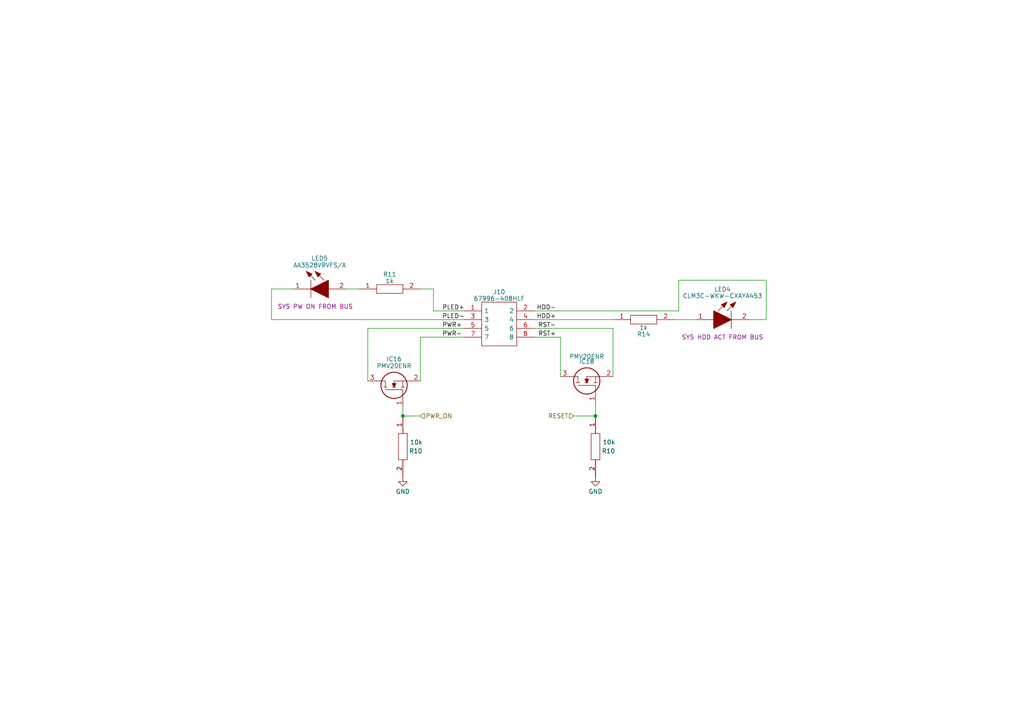
<source format=kicad_sch>
(kicad_sch (version 20230121) (generator eeschema)

  (uuid 593b188f-98dc-4f63-805d-b472a1a92c6e)

  (paper "A4")

  (title_block
    (title "Oro Link")
    (date "2023-06-02")
    (rev "5")
    (company "Oro Operating System")
    (comment 1 "://oro.sh")
    (comment 2 "Joshua Lee Junon")
  )

  (lib_symbols
    (symbol "SamacSys_Parts:67996-408HLF" (pin_names (offset 0.762)) (in_bom yes) (on_board yes)
      (property "Reference" "J" (at 16.51 7.62 0)
        (effects (font (size 1.27 1.27)) (justify left))
      )
      (property "Value" "67996-408HLF" (at 16.51 5.08 0)
        (effects (font (size 1.27 1.27)) (justify left))
      )
      (property "Footprint" "HDRV8W89P254_2X4_1016X483X858P" (at 16.51 2.54 0)
        (effects (font (size 1.27 1.27)) (justify left) hide)
      )
      (property "Datasheet" "https://cdn.amphenol-cs.com/media/wysiwyg/files/drawing/67996.pdf" (at 16.51 0 0)
        (effects (font (size 1.27 1.27)) (justify left) hide)
      )
      (property "Description" "BergStik, Board to Board connector, Unshrouded vertical header, Through Hole, Double Row, 8 Positions, 2.54 mm (0.100in) Pitch" (at 16.51 -2.54 0)
        (effects (font (size 1.27 1.27)) (justify left) hide)
      )
      (property "Height" "8.58" (at 16.51 -5.08 0)
        (effects (font (size 1.27 1.27)) (justify left) hide)
      )
      (property "Manufacturer_Name" "Amphenol Communications Solutions" (at 16.51 -7.62 0)
        (effects (font (size 1.27 1.27)) (justify left) hide)
      )
      (property "Manufacturer_Part_Number" "67996-408HLF" (at 16.51 -10.16 0)
        (effects (font (size 1.27 1.27)) (justify left) hide)
      )
      (property "Mouser Part Number" "649-67996-408HLF" (at 16.51 -12.7 0)
        (effects (font (size 1.27 1.27)) (justify left) hide)
      )
      (property "Mouser Price/Stock" "https://www.mouser.co.uk/ProductDetail/Amphenol-FCI/67996-408HLF?qs=zh4O8xspOux8A5Dq3mcAKw%3D%3D" (at 16.51 -15.24 0)
        (effects (font (size 1.27 1.27)) (justify left) hide)
      )
      (property "Arrow Part Number" "67996-408HLF" (at 16.51 -17.78 0)
        (effects (font (size 1.27 1.27)) (justify left) hide)
      )
      (property "Arrow Price/Stock" "https://www.arrow.com/en/products/67996-408hlf/amphenol-fci" (at 16.51 -20.32 0)
        (effects (font (size 1.27 1.27)) (justify left) hide)
      )
      (property "ki_description" "BergStik, Board to Board connector, Unshrouded vertical header, Through Hole, Double Row, 8 Positions, 2.54 mm (0.100in) Pitch" (at 0 0 0)
        (effects (font (size 1.27 1.27)) hide)
      )
      (symbol "67996-408HLF_0_0"
        (pin passive line (at 0 0 0) (length 5.08)
          (name "1" (effects (font (size 1.27 1.27))))
          (number "1" (effects (font (size 1.27 1.27))))
        )
        (pin passive line (at 20.32 0 180) (length 5.08)
          (name "2" (effects (font (size 1.27 1.27))))
          (number "2" (effects (font (size 1.27 1.27))))
        )
        (pin passive line (at 0 -2.54 0) (length 5.08)
          (name "3" (effects (font (size 1.27 1.27))))
          (number "3" (effects (font (size 1.27 1.27))))
        )
        (pin passive line (at 20.32 -2.54 180) (length 5.08)
          (name "4" (effects (font (size 1.27 1.27))))
          (number "4" (effects (font (size 1.27 1.27))))
        )
        (pin passive line (at 0 -5.08 0) (length 5.08)
          (name "5" (effects (font (size 1.27 1.27))))
          (number "5" (effects (font (size 1.27 1.27))))
        )
        (pin passive line (at 20.32 -5.08 180) (length 5.08)
          (name "6" (effects (font (size 1.27 1.27))))
          (number "6" (effects (font (size 1.27 1.27))))
        )
        (pin passive line (at 0 -7.62 0) (length 5.08)
          (name "7" (effects (font (size 1.27 1.27))))
          (number "7" (effects (font (size 1.27 1.27))))
        )
        (pin passive line (at 20.32 -7.62 180) (length 5.08)
          (name "8" (effects (font (size 1.27 1.27))))
          (number "8" (effects (font (size 1.27 1.27))))
        )
      )
      (symbol "67996-408HLF_0_1"
        (polyline
          (pts
            (xy 5.08 2.54)
            (xy 15.24 2.54)
            (xy 15.24 -10.16)
            (xy 5.08 -10.16)
            (xy 5.08 2.54)
          )
          (stroke (width 0.1524) (type solid))
          (fill (type none))
        )
      )
    )
    (symbol "SamacSys_Parts:AA3528VRVFS_A" (pin_names (offset 0.762)) (in_bom yes) (on_board yes)
      (property "Reference" "LED" (at 12.7 8.89 0)
        (effects (font (size 1.27 1.27)) (justify left bottom))
      )
      (property "Value" "AA3528VRVFS_A" (at 12.7 6.35 0)
        (effects (font (size 1.27 1.27)) (justify left bottom))
      )
      (property "Footprint" "AA3528VRVFSA" (at 12.7 3.81 0)
        (effects (font (size 1.27 1.27)) (justify left bottom) hide)
      )
      (property "Datasheet" "https://mouser.componentsearchengine.com/Datasheets/1/AA3528VRVFS_A.pdf" (at 12.7 1.27 0)
        (effects (font (size 1.27 1.27)) (justify left bottom) hide)
      )
      (property "Description" "LED Uni-Color Violet 2-Pin SMD T/R" (at 12.7 -1.27 0)
        (effects (font (size 1.27 1.27)) (justify left bottom) hide)
      )
      (property "Height" "2.1" (at 12.7 -3.81 0)
        (effects (font (size 1.27 1.27)) (justify left bottom) hide)
      )
      (property "Manufacturer_Name" "Kingbright" (at 12.7 -6.35 0)
        (effects (font (size 1.27 1.27)) (justify left bottom) hide)
      )
      (property "Manufacturer_Part_Number" "AA3528VRVFS/A" (at 12.7 -8.89 0)
        (effects (font (size 1.27 1.27)) (justify left bottom) hide)
      )
      (property "Mouser Part Number" "604-AA3528VRVFS/A" (at 12.7 -11.43 0)
        (effects (font (size 1.27 1.27)) (justify left bottom) hide)
      )
      (property "Mouser Price/Stock" "https://www.mouser.co.uk/ProductDetail/Kingbright/AA3528VRVFS-A?qs=rY7msk5yxfb63mh907EyRA%3D%3D" (at 12.7 -13.97 0)
        (effects (font (size 1.27 1.27)) (justify left bottom) hide)
      )
      (property "Arrow Part Number" "AA3528VRVFS/A" (at 12.7 -16.51 0)
        (effects (font (size 1.27 1.27)) (justify left bottom) hide)
      )
      (property "Arrow Price/Stock" "https://www.arrow.com/en/products/aa3528vrvfsa/kingbright?region=nac" (at 12.7 -19.05 0)
        (effects (font (size 1.27 1.27)) (justify left bottom) hide)
      )
      (property "Mouser Testing Part Number" "" (at 12.7 -21.59 0)
        (effects (font (size 1.27 1.27)) (justify left bottom) hide)
      )
      (property "Mouser Testing Price/Stock" "" (at 12.7 -24.13 0)
        (effects (font (size 1.27 1.27)) (justify left bottom) hide)
      )
      (property "ki_description" "LED Uni-Color Violet 2-Pin SMD T/R" (at 0 0 0)
        (effects (font (size 1.27 1.27)) hide)
      )
      (symbol "AA3528VRVFS_A_0_0"
        (pin passive line (at 0 0 0) (length 2.54)
          (name "~" (effects (font (size 1.27 1.27))))
          (number "1" (effects (font (size 1.27 1.27))))
        )
        (pin passive line (at 15.24 0 180) (length 2.54)
          (name "~" (effects (font (size 1.27 1.27))))
          (number "2" (effects (font (size 1.27 1.27))))
        )
      )
      (symbol "AA3528VRVFS_A_0_1"
        (polyline
          (pts
            (xy 2.54 0)
            (xy 5.08 0)
          )
          (stroke (width 0.1524) (type default))
          (fill (type none))
        )
        (polyline
          (pts
            (xy 5.08 2.54)
            (xy 5.08 -2.54)
          )
          (stroke (width 0.1524) (type default))
          (fill (type none))
        )
        (polyline
          (pts
            (xy 6.35 2.54)
            (xy 3.81 5.08)
          )
          (stroke (width 0.1524) (type default))
          (fill (type none))
        )
        (polyline
          (pts
            (xy 8.89 2.54)
            (xy 6.35 5.08)
          )
          (stroke (width 0.1524) (type default))
          (fill (type none))
        )
        (polyline
          (pts
            (xy 10.16 0)
            (xy 12.7 0)
          )
          (stroke (width 0.1524) (type default))
          (fill (type none))
        )
        (polyline
          (pts
            (xy 5.08 0)
            (xy 10.16 2.54)
            (xy 10.16 -2.54)
            (xy 5.08 0)
          )
          (stroke (width 0.254) (type default))
          (fill (type outline))
        )
        (polyline
          (pts
            (xy 5.334 4.318)
            (xy 4.572 3.556)
            (xy 3.81 5.08)
            (xy 5.334 4.318)
          )
          (stroke (width 0.254) (type default))
          (fill (type outline))
        )
        (polyline
          (pts
            (xy 7.874 4.318)
            (xy 7.112 3.556)
            (xy 6.35 5.08)
            (xy 7.874 4.318)
          )
          (stroke (width 0.254) (type default))
          (fill (type outline))
        )
      )
    )
    (symbol "SamacSys_Parts:CLM3C-WKW-CXAYA453" (pin_names (offset 0.762)) (in_bom yes) (on_board yes)
      (property "Reference" "LED" (at 12.7 8.89 0)
        (effects (font (size 1.27 1.27)) (justify left bottom))
      )
      (property "Value" "CLM3C-WKW-CXAYA453" (at 12.7 6.35 0)
        (effects (font (size 1.27 1.27)) (justify left bottom))
      )
      (property "Footprint" "CLM3CWKWCXAYA453" (at 12.7 3.81 0)
        (effects (font (size 1.27 1.27)) (justify left bottom) hide)
      )
      (property "Datasheet" "https://componentsearchengine.com/Datasheets/2/CLM3C-WKW-CWBYA453.pdf" (at 12.7 1.27 0)
        (effects (font (size 1.27 1.27)) (justify left bottom) hide)
      )
      (property "Description" "Cree CLM3C-WKW-CXAYA453, CLM3 Series White LED, 5500K, PLCC 2, Rectangle Lens SMD Package" (at 12.7 -1.27 0)
        (effects (font (size 1.27 1.27)) (justify left bottom) hide)
      )
      (property "Height" "1.4" (at 12.7 -3.81 0)
        (effects (font (size 1.27 1.27)) (justify left bottom) hide)
      )
      (property "Manufacturer_Name" "Wolfspeed" (at 12.7 -6.35 0)
        (effects (font (size 1.27 1.27)) (justify left bottom) hide)
      )
      (property "Manufacturer_Part_Number" "CLM3C-WKW-CXAYA453" (at 12.7 -8.89 0)
        (effects (font (size 1.27 1.27)) (justify left bottom) hide)
      )
      (property "Mouser Part Number" "941-CLM3CWKWCXAYA453" (at 12.7 -11.43 0)
        (effects (font (size 1.27 1.27)) (justify left bottom) hide)
      )
      (property "Mouser Price/Stock" "https://www.mouser.co.uk/ProductDetail/Cree-Inc/CLM3C-WKW-CXaYa453?qs=3AcK5DacLbr3ewaPKwAgNg%3D%3D" (at 12.7 -13.97 0)
        (effects (font (size 1.27 1.27)) (justify left bottom) hide)
      )
      (property "Arrow Part Number" "CLM3C-WKW-CXAYA453" (at 12.7 -16.51 0)
        (effects (font (size 1.27 1.27)) (justify left bottom) hide)
      )
      (property "Arrow Price/Stock" "https://www.arrow.com/en/products/clm3c-wkw-cxaya453/cree" (at 12.7 -19.05 0)
        (effects (font (size 1.27 1.27)) (justify left bottom) hide)
      )
      (property "Mouser Testing Part Number" "" (at 12.7 -21.59 0)
        (effects (font (size 1.27 1.27)) (justify left bottom) hide)
      )
      (property "Mouser Testing Price/Stock" "" (at 12.7 -24.13 0)
        (effects (font (size 1.27 1.27)) (justify left bottom) hide)
      )
      (property "ki_description" "Cree CLM3C-WKW-CXAYA453, CLM3 Series White LED, 5500K, PLCC 2, Rectangle Lens SMD Package" (at 0 0 0)
        (effects (font (size 1.27 1.27)) hide)
      )
      (symbol "CLM3C-WKW-CXAYA453_0_0"
        (pin passive line (at 15.24 0 180) (length 2.54)
          (name "~" (effects (font (size 1.27 1.27))))
          (number "1" (effects (font (size 1.27 1.27))))
        )
        (pin passive line (at 0 0 0) (length 2.54)
          (name "~" (effects (font (size 1.27 1.27))))
          (number "2" (effects (font (size 1.27 1.27))))
        )
      )
      (symbol "CLM3C-WKW-CXAYA453_0_1"
        (polyline
          (pts
            (xy 2.54 0)
            (xy 5.08 0)
          )
          (stroke (width 0.1524) (type default))
          (fill (type none))
        )
        (polyline
          (pts
            (xy 5.08 2.54)
            (xy 5.08 -2.54)
          )
          (stroke (width 0.1524) (type default))
          (fill (type none))
        )
        (polyline
          (pts
            (xy 6.35 2.54)
            (xy 3.81 5.08)
          )
          (stroke (width 0.1524) (type default))
          (fill (type none))
        )
        (polyline
          (pts
            (xy 8.89 2.54)
            (xy 6.35 5.08)
          )
          (stroke (width 0.1524) (type default))
          (fill (type none))
        )
        (polyline
          (pts
            (xy 10.16 0)
            (xy 12.7 0)
          )
          (stroke (width 0.1524) (type default))
          (fill (type none))
        )
        (polyline
          (pts
            (xy 5.08 0)
            (xy 10.16 2.54)
            (xy 10.16 -2.54)
            (xy 5.08 0)
          )
          (stroke (width 0.254) (type default))
          (fill (type outline))
        )
        (polyline
          (pts
            (xy 5.334 4.318)
            (xy 4.572 3.556)
            (xy 3.81 5.08)
            (xy 5.334 4.318)
          )
          (stroke (width 0.254) (type default))
          (fill (type outline))
        )
        (polyline
          (pts
            (xy 7.874 4.318)
            (xy 7.112 3.556)
            (xy 6.35 5.08)
            (xy 7.874 4.318)
          )
          (stroke (width 0.254) (type default))
          (fill (type outline))
        )
      )
    )
    (symbol "SamacSys_Parts:CSD13380F3T" (pin_names (offset 0.762)) (in_bom yes) (on_board yes)
      (property "Reference" "Q" (at 11.43 3.81 0)
        (effects (font (size 1.27 1.27)) (justify left))
      )
      (property "Value" "CSD13380F3T" (at 11.43 1.27 0)
        (effects (font (size 1.27 1.27)) (justify left))
      )
      (property "Footprint" "CSD13380F3T" (at 11.43 -1.27 0)
        (effects (font (size 1.27 1.27)) (justify left) hide)
      )
      (property "Datasheet" "https://www.ti.com/lit/ds/symlink/csd13380f3.pdf?ts=1610053095577" (at 11.43 -3.81 0)
        (effects (font (size 1.27 1.27)) (justify left) hide)
      )
      (property "Description" "12V, N ch NexFET MOSFET, single LGA0.6x0.7, 76mOhm" (at 11.43 -6.35 0)
        (effects (font (size 1.27 1.27)) (justify left) hide)
      )
      (property "Height" "0.35" (at 11.43 -8.89 0)
        (effects (font (size 1.27 1.27)) (justify left) hide)
      )
      (property "Manufacturer_Name" "Texas Instruments" (at 11.43 -11.43 0)
        (effects (font (size 1.27 1.27)) (justify left) hide)
      )
      (property "Manufacturer_Part_Number" "CSD13380F3T" (at 11.43 -13.97 0)
        (effects (font (size 1.27 1.27)) (justify left) hide)
      )
      (property "Mouser Part Number" "595-CSD13380F3T" (at 11.43 -16.51 0)
        (effects (font (size 1.27 1.27)) (justify left) hide)
      )
      (property "Mouser Price/Stock" "https://www.mouser.co.uk/ProductDetail/Texas-Instruments/CSD13380F3T?qs=S8zVn2bBIh85Rpxp8sld8w%3D%3D" (at 11.43 -19.05 0)
        (effects (font (size 1.27 1.27)) (justify left) hide)
      )
      (property "Arrow Part Number" "CSD13380F3T" (at 11.43 -21.59 0)
        (effects (font (size 1.27 1.27)) (justify left) hide)
      )
      (property "Arrow Price/Stock" "https://www.arrow.com/en/products/csd13380f3t/texas-instruments" (at 11.43 -24.13 0)
        (effects (font (size 1.27 1.27)) (justify left) hide)
      )
      (property "Mouser Testing Part Number" "" (at 11.43 -26.67 0)
        (effects (font (size 1.27 1.27)) (justify left) hide)
      )
      (property "Mouser Testing Price/Stock" "" (at 11.43 -29.21 0)
        (effects (font (size 1.27 1.27)) (justify left) hide)
      )
      (property "ki_description" "12V, N ch NexFET MOSFET, single LGA0.6x0.7, 76mOhm" (at 0 0 0)
        (effects (font (size 1.27 1.27)) hide)
      )
      (symbol "CSD13380F3T_0_0"
        (pin passive line (at 0 0 0) (length 2.54)
          (name "~" (effects (font (size 1.27 1.27))))
          (number "1" (effects (font (size 1.27 1.27))))
        )
        (pin passive line (at 7.62 -5.08 90) (length 2.54)
          (name "~" (effects (font (size 1.27 1.27))))
          (number "2" (effects (font (size 1.27 1.27))))
        )
        (pin passive line (at 7.62 10.16 270) (length 2.54)
          (name "~" (effects (font (size 1.27 1.27))))
          (number "3" (effects (font (size 1.27 1.27))))
        )
      )
      (symbol "CSD13380F3T_0_1"
        (polyline
          (pts
            (xy 5.842 -0.508)
            (xy 5.842 0.508)
          )
          (stroke (width 0.1524) (type default))
          (fill (type none))
        )
        (polyline
          (pts
            (xy 5.842 0)
            (xy 7.62 0)
          )
          (stroke (width 0.1524) (type default))
          (fill (type none))
        )
        (polyline
          (pts
            (xy 5.842 2.032)
            (xy 5.842 3.048)
          )
          (stroke (width 0.1524) (type default))
          (fill (type none))
        )
        (polyline
          (pts
            (xy 5.842 5.588)
            (xy 5.842 4.572)
          )
          (stroke (width 0.1524) (type default))
          (fill (type none))
        )
        (polyline
          (pts
            (xy 7.62 2.54)
            (xy 5.842 2.54)
          )
          (stroke (width 0.1524) (type default))
          (fill (type none))
        )
        (polyline
          (pts
            (xy 7.62 2.54)
            (xy 7.62 -2.54)
          )
          (stroke (width 0.1524) (type default))
          (fill (type none))
        )
        (polyline
          (pts
            (xy 7.62 5.08)
            (xy 5.842 5.08)
          )
          (stroke (width 0.1524) (type default))
          (fill (type none))
        )
        (polyline
          (pts
            (xy 7.62 5.08)
            (xy 7.62 7.62)
          )
          (stroke (width 0.1524) (type default))
          (fill (type none))
        )
        (polyline
          (pts
            (xy 2.54 0)
            (xy 5.08 0)
            (xy 5.08 5.08)
          )
          (stroke (width 0.1524) (type default))
          (fill (type none))
        )
        (polyline
          (pts
            (xy 5.842 2.54)
            (xy 6.858 3.048)
            (xy 6.858 2.032)
            (xy 5.842 2.54)
          )
          (stroke (width 0.254) (type default))
          (fill (type outline))
        )
        (circle (center 6.35 2.54) (radius 3.81)
          (stroke (width 0.254) (type default))
          (fill (type none))
        )
      )
    )
    (symbol "SamacSys_Parts:RK73H1ETTP1002F" (pin_names (offset 0.762)) (in_bom yes) (on_board yes)
      (property "Reference" "R" (at 13.97 6.35 0)
        (effects (font (size 1.27 1.27)) (justify left))
      )
      (property "Value" "RK73H1ETTP1002F" (at 13.97 3.81 0)
        (effects (font (size 1.27 1.27)) (justify left))
      )
      (property "Footprint" "RESC1005X40N" (at 13.97 1.27 0)
        (effects (font (size 1.27 1.27)) (justify left) hide)
      )
      (property "Datasheet" "http://www.koaspeer.com/catimages/Products/RK73-RT/RK73-RT.pdf" (at 13.97 -1.27 0)
        (effects (font (size 1.27 1.27)) (justify left) hide)
      )
      (property "Description" "Resistor,ThickFilm1005,0.063W,10kohm" (at 13.97 -3.81 0)
        (effects (font (size 1.27 1.27)) (justify left) hide)
      )
      (property "Height" "0.4" (at 13.97 -6.35 0)
        (effects (font (size 1.27 1.27)) (justify left) hide)
      )
      (property "Manufacturer_Name" "KOA Speer" (at 13.97 -8.89 0)
        (effects (font (size 1.27 1.27)) (justify left) hide)
      )
      (property "Manufacturer_Part_Number" "RK73H1ETTP1002F" (at 13.97 -11.43 0)
        (effects (font (size 1.27 1.27)) (justify left) hide)
      )
      (property "Mouser Part Number" "660-RK73H1ETTP1002F" (at 13.97 -13.97 0)
        (effects (font (size 1.27 1.27)) (justify left) hide)
      )
      (property "Mouser Price/Stock" "https://www.mouser.co.uk/ProductDetail/KOA-Speer/RK73H1ETTP1002F?qs=uLfVlVfCHH2OZ4JTybrBPQ%3D%3D" (at 13.97 -16.51 0)
        (effects (font (size 1.27 1.27)) (justify left) hide)
      )
      (property "Arrow Part Number" "RK73H1ETTP1002F" (at 13.97 -19.05 0)
        (effects (font (size 1.27 1.27)) (justify left) hide)
      )
      (property "Arrow Price/Stock" "https://www.arrow.com/en/products/rk73h1ettp1002f/koa-speer-electronics?region=nac" (at 13.97 -21.59 0)
        (effects (font (size 1.27 1.27)) (justify left) hide)
      )
      (property "ki_description" "Resistor,ThickFilm1005,0.063W,10kohm" (at 0 0 0)
        (effects (font (size 1.27 1.27)) hide)
      )
      (symbol "RK73H1ETTP1002F_0_0"
        (pin passive line (at 0 0 0) (length 5.08)
          (name "~" (effects (font (size 1.27 1.27))))
          (number "1" (effects (font (size 1.27 1.27))))
        )
        (pin passive line (at 17.78 0 180) (length 5.08)
          (name "~" (effects (font (size 1.27 1.27))))
          (number "2" (effects (font (size 1.27 1.27))))
        )
      )
      (symbol "RK73H1ETTP1002F_0_1"
        (polyline
          (pts
            (xy 5.08 1.27)
            (xy 12.7 1.27)
            (xy 12.7 -1.27)
            (xy 5.08 -1.27)
            (xy 5.08 1.27)
          )
          (stroke (width 0.1524) (type solid))
          (fill (type none))
        )
      )
    )
    (symbol "SamacSys_Parts:SG73P2ATTD102J" (pin_names (offset 0.762)) (in_bom yes) (on_board yes)
      (property "Reference" "R" (at 13.97 6.35 0)
        (effects (font (size 1.27 1.27)) (justify left))
      )
      (property "Value" "SG73P2ATTD102J" (at 13.97 3.81 0)
        (effects (font (size 1.27 1.27)) (justify left))
      )
      (property "Footprint" "RESC2012X60N" (at 13.97 1.27 0)
        (effects (font (size 1.27 1.27)) (justify left) hide)
      )
      (property "Datasheet" "https://componentsearchengine.com/Datasheets/1/SG73P2ATTD102J.pdf" (at 13.97 -1.27 0)
        (effects (font (size 1.27 1.27)) (justify left) hide)
      )
      (property "Description" "Thick Film Resistors - SMD 0.25W 1Kohm 5% 200ppm Anti-Pulse" (at 13.97 -3.81 0)
        (effects (font (size 1.27 1.27)) (justify left) hide)
      )
      (property "Height" "0.6" (at 13.97 -6.35 0)
        (effects (font (size 1.27 1.27)) (justify left) hide)
      )
      (property "Manufacturer_Name" "KOA Speer" (at 13.97 -8.89 0)
        (effects (font (size 1.27 1.27)) (justify left) hide)
      )
      (property "Manufacturer_Part_Number" "SG73P2ATTD102J" (at 13.97 -11.43 0)
        (effects (font (size 1.27 1.27)) (justify left) hide)
      )
      (property "Mouser Part Number" "660-SG73P2ATTD102J" (at 13.97 -13.97 0)
        (effects (font (size 1.27 1.27)) (justify left) hide)
      )
      (property "Mouser Price/Stock" "https://www.mouser.com/Search/Refine.aspx?Keyword=660-SG73P2ATTD102J" (at 13.97 -16.51 0)
        (effects (font (size 1.27 1.27)) (justify left) hide)
      )
      (property "Arrow Part Number" "" (at 13.97 -19.05 0)
        (effects (font (size 1.27 1.27)) (justify left) hide)
      )
      (property "Arrow Price/Stock" "" (at 13.97 -21.59 0)
        (effects (font (size 1.27 1.27)) (justify left) hide)
      )
      (property "Mouser Testing Part Number" "" (at 13.97 -24.13 0)
        (effects (font (size 1.27 1.27)) (justify left) hide)
      )
      (property "Mouser Testing Price/Stock" "" (at 13.97 -26.67 0)
        (effects (font (size 1.27 1.27)) (justify left) hide)
      )
      (property "ki_description" "Thick Film Resistors - SMD 0.25W 1Kohm 5% 200ppm Anti-Pulse" (at 0 0 0)
        (effects (font (size 1.27 1.27)) hide)
      )
      (symbol "SG73P2ATTD102J_0_0"
        (pin passive line (at 0 0 0) (length 5.08)
          (name "~" (effects (font (size 1.27 1.27))))
          (number "1" (effects (font (size 1.27 1.27))))
        )
        (pin passive line (at 17.78 0 180) (length 5.08)
          (name "~" (effects (font (size 1.27 1.27))))
          (number "2" (effects (font (size 1.27 1.27))))
        )
      )
      (symbol "SG73P2ATTD102J_0_1"
        (polyline
          (pts
            (xy 5.08 1.27)
            (xy 12.7 1.27)
            (xy 12.7 -1.27)
            (xy 5.08 -1.27)
            (xy 5.08 1.27)
          )
          (stroke (width 0.1524) (type solid))
          (fill (type none))
        )
      )
    )
    (symbol "power:GND" (power) (pin_names (offset 0)) (in_bom yes) (on_board yes)
      (property "Reference" "#PWR" (at 0 -6.35 0)
        (effects (font (size 1.27 1.27)) hide)
      )
      (property "Value" "GND" (at 0 -3.81 0)
        (effects (font (size 1.27 1.27)))
      )
      (property "Footprint" "" (at 0 0 0)
        (effects (font (size 1.27 1.27)) hide)
      )
      (property "Datasheet" "" (at 0 0 0)
        (effects (font (size 1.27 1.27)) hide)
      )
      (property "ki_keywords" "global power" (at 0 0 0)
        (effects (font (size 1.27 1.27)) hide)
      )
      (property "ki_description" "Power symbol creates a global label with name \"GND\" , ground" (at 0 0 0)
        (effects (font (size 1.27 1.27)) hide)
      )
      (symbol "GND_0_1"
        (polyline
          (pts
            (xy 0 0)
            (xy 0 -1.27)
            (xy 1.27 -1.27)
            (xy 0 -2.54)
            (xy -1.27 -1.27)
            (xy 0 -1.27)
          )
          (stroke (width 0) (type default))
          (fill (type none))
        )
      )
      (symbol "GND_1_1"
        (pin power_in line (at 0 0 270) (length 0) hide
          (name "GND" (effects (font (size 1.27 1.27))))
          (number "1" (effects (font (size 1.27 1.27))))
        )
      )
    )
  )

  (junction (at 116.84 120.65) (diameter 0) (color 0 0 0 0)
    (uuid 67efb92e-1b51-4c23-a6a7-cde89b1e000f)
  )
  (junction (at 172.72 120.65) (diameter 0) (color 0 0 0 0)
    (uuid 85eac2bd-0486-4f5d-9416-bdceda166f42)
  )

  (wire (pts (xy 177.8 95.25) (xy 177.8 109.22))
    (stroke (width 0) (type default))
    (uuid 0cc3b7f5-7254-4b74-a9ba-0359dba445c0)
  )
  (wire (pts (xy 195.58 92.71) (xy 201.93 92.71))
    (stroke (width 0) (type default))
    (uuid 120320ae-6343-49af-b831-3a8de0b67791)
  )
  (wire (pts (xy 78.74 92.71) (xy 134.62 92.71))
    (stroke (width 0) (type default))
    (uuid 13c66d55-0c78-4cc2-bb3d-d3cd59ad6b92)
  )
  (wire (pts (xy 106.68 95.25) (xy 134.62 95.25))
    (stroke (width 0) (type default))
    (uuid 1bc3a01e-80c5-4109-add1-5be9aafa4e97)
  )
  (wire (pts (xy 85.09 83.82) (xy 78.74 83.82))
    (stroke (width 0) (type default))
    (uuid 2332cd72-b618-4598-a48c-e6a1869d7fd1)
  )
  (wire (pts (xy 121.92 97.79) (xy 134.62 97.79))
    (stroke (width 0) (type default))
    (uuid 48413787-4456-487b-834f-02eeadf04fd9)
  )
  (wire (pts (xy 222.25 81.28) (xy 196.85 81.28))
    (stroke (width 0) (type default))
    (uuid 48a102fb-4c14-43eb-a382-497412170bf4)
  )
  (wire (pts (xy 106.68 95.25) (xy 106.68 110.49))
    (stroke (width 0) (type default))
    (uuid 53eb86a3-173f-48cd-9bd7-298d32bd899d)
  )
  (wire (pts (xy 162.56 109.22) (xy 162.56 97.79))
    (stroke (width 0) (type default))
    (uuid 55503015-2886-4df2-a3ed-fc8ed4579f78)
  )
  (wire (pts (xy 100.33 83.82) (xy 104.14 83.82))
    (stroke (width 0) (type default))
    (uuid 6740f102-239d-4508-aabf-07f0a92f7f40)
  )
  (wire (pts (xy 116.84 120.65) (xy 116.84 118.11))
    (stroke (width 0) (type default))
    (uuid 6fb1665e-1a2d-40ce-83e1-c2aaac864916)
  )
  (wire (pts (xy 116.84 120.65) (xy 121.92 120.65))
    (stroke (width 0) (type default))
    (uuid 740eeb35-70d8-496b-9ec2-cc219d5b6811)
  )
  (wire (pts (xy 154.94 90.17) (xy 196.85 90.17))
    (stroke (width 0) (type default))
    (uuid 7c4f9377-9eb2-4779-826c-afa57780944a)
  )
  (wire (pts (xy 125.73 83.82) (xy 125.73 90.17))
    (stroke (width 0) (type default))
    (uuid 88e1cac1-c208-4821-821e-74665ddf1e1e)
  )
  (wire (pts (xy 154.94 97.79) (xy 162.56 97.79))
    (stroke (width 0) (type default))
    (uuid 92c37dc2-da91-4104-8cae-78cd7fe7f391)
  )
  (wire (pts (xy 196.85 81.28) (xy 196.85 90.17))
    (stroke (width 0) (type default))
    (uuid 93189d90-98a5-4652-a2ec-0583a086fa27)
  )
  (wire (pts (xy 78.74 83.82) (xy 78.74 92.71))
    (stroke (width 0) (type default))
    (uuid 934100f5-60e3-4dff-bc34-3c62dea8cb6e)
  )
  (wire (pts (xy 222.25 92.71) (xy 222.25 81.28))
    (stroke (width 0) (type default))
    (uuid ab97c32e-ef58-42df-b0ca-0555375eaf80)
  )
  (wire (pts (xy 217.17 92.71) (xy 222.25 92.71))
    (stroke (width 0) (type default))
    (uuid b0af51c1-9c77-4525-927b-f51ff72c48f1)
  )
  (wire (pts (xy 121.92 97.79) (xy 121.92 110.49))
    (stroke (width 0) (type default))
    (uuid b806bc49-0d9c-4b3c-88ec-563d337e0cd3)
  )
  (wire (pts (xy 154.94 95.25) (xy 177.8 95.25))
    (stroke (width 0) (type default))
    (uuid b8bbed47-0d5c-45ca-95b0-0f0005deadda)
  )
  (wire (pts (xy 154.94 92.71) (xy 177.8 92.71))
    (stroke (width 0) (type default))
    (uuid e460c134-2940-4008-a241-b04ce6804fd6)
  )
  (wire (pts (xy 125.73 90.17) (xy 134.62 90.17))
    (stroke (width 0) (type default))
    (uuid e9901e3d-6488-4bdc-8b35-d31b29ec4411)
  )
  (wire (pts (xy 166.37 120.65) (xy 172.72 120.65))
    (stroke (width 0) (type default))
    (uuid f9214590-c1b4-46ef-b224-5e83a4a69b71)
  )
  (wire (pts (xy 172.72 120.65) (xy 172.72 116.84))
    (stroke (width 0) (type default))
    (uuid fa69c082-bbda-48c2-9f87-c5d3970d9590)
  )
  (wire (pts (xy 121.92 83.82) (xy 125.73 83.82))
    (stroke (width 0) (type default))
    (uuid fb1e9dd0-0577-416d-93a2-5bbc664806c9)
  )

  (label "PLED+" (at 128.27 90.17 0) (fields_autoplaced)
    (effects (font (size 1.27 1.27)) (justify left bottom))
    (uuid 356b8d0a-07a0-4d7f-8179-a74eb2f08b5f)
  )
  (label "PWR-" (at 128.27 97.79 0) (fields_autoplaced)
    (effects (font (size 1.27 1.27)) (justify left bottom))
    (uuid 3701302d-c67b-4972-b69e-5ef2ef62a8c6)
  )
  (label "HDD-" (at 161.29 90.17 180) (fields_autoplaced)
    (effects (font (size 1.27 1.27)) (justify right bottom))
    (uuid 49b2831d-40f1-4ca8-967a-4fb63379263b)
  )
  (label "HDD+" (at 161.29 92.71 180) (fields_autoplaced)
    (effects (font (size 1.27 1.27)) (justify right bottom))
    (uuid 4ce26566-924f-494c-9ee3-074efb2a1c8c)
  )
  (label "RST+" (at 161.29 97.79 180) (fields_autoplaced)
    (effects (font (size 1.27 1.27)) (justify right bottom))
    (uuid 511837c0-fd37-42ec-b0ed-361d2dfcd95a)
  )
  (label "PLED-" (at 128.27 92.71 0) (fields_autoplaced)
    (effects (font (size 1.27 1.27)) (justify left bottom))
    (uuid 7254685d-7cbb-4f04-83f8-d1927ff7c7e6)
  )
  (label "PWR+" (at 128.27 95.25 0) (fields_autoplaced)
    (effects (font (size 1.27 1.27)) (justify left bottom))
    (uuid c294c6d7-01c8-44a3-8f92-3d9260240179)
  )
  (label "RST-" (at 161.29 95.25 180) (fields_autoplaced)
    (effects (font (size 1.27 1.27)) (justify right bottom))
    (uuid cefb11ee-7a02-426d-aea1-4674fbbba5e7)
  )

  (hierarchical_label "PWR_ON" (shape input) (at 121.92 120.65 0) (fields_autoplaced)
    (effects (font (size 1.27 1.27)) (justify left))
    (uuid 15abaa1b-a9ec-4538-b417-bdf2730cb9a2)
  )
  (hierarchical_label "RESET" (shape input) (at 166.37 120.65 180) (fields_autoplaced)
    (effects (font (size 1.27 1.27)) (justify right))
    (uuid 764e8c3b-b4ce-433c-b8b3-1bcb87618647)
  )

  (symbol (lib_id "SamacSys_Parts:CSD13380F3T") (at 172.72 116.84 90) (unit 1)
    (in_bom yes) (on_board yes) (dnp no)
    (uuid 0ea1d03a-812d-455c-9ea2-bb093af8d34f)
    (property "Reference" "IC18" (at 170.18 104.14 90)
      (effects (font (size 1.27 1.27)) (justify bottom))
    )
    (property "Value" "PMV20ENR" (at 170.18 104.14 90)
      (effects (font (size 1.27 1.27)) (justify top))
    )
    (property "Footprint" "SamacSys_Parts:SOT95P230X110-3N" (at 170.18 100.33 0)
      (effects (font (size 1.27 1.27)) (justify left) hide)
    )
    (property "Datasheet" "https://assets.nexperia.com/documents/data-sheet/PMV20EN.pdf" (at 172.72 100.33 0)
      (effects (font (size 1.27 1.27)) (justify left) hide)
    )
    (property "Description" "MOSFET 30V N-channel Trench MOSFET" (at 175.26 100.33 0)
      (effects (font (size 1.27 1.27)) (justify left) hide)
    )
    (property "Height" "1.1" (at 177.8 100.33 0)
      (effects (font (size 1.27 1.27)) (justify left) hide)
    )
    (property "Manufacturer_Name" "Nexperia" (at 180.34 100.33 0)
      (effects (font (size 1.27 1.27)) (justify left) hide)
    )
    (property "Manufacturer_Part_Number" "PMV20ENR" (at 182.88 100.33 0)
      (effects (font (size 1.27 1.27)) (justify left) hide)
    )
    (property "Mouser Part Number" "771-PMV20ENR" (at 185.42 100.33 0)
      (effects (font (size 1.27 1.27)) (justify left) hide)
    )
    (property "Mouser Price/Stock" "https://www.mouser.co.uk/ProductDetail/Nexperia/PMV20ENR?qs=sV%252BQJnSpgu%2FSnnW%252BQ4V7GA%3D%3D" (at 187.96 100.33 0)
      (effects (font (size 1.27 1.27)) (justify left) hide)
    )
    (property "Arrow Part Number" "PMV20ENR" (at 190.5 100.33 0)
      (effects (font (size 1.27 1.27)) (justify left) hide)
    )
    (property "Arrow Price/Stock" "https://www.arrow.com/en/products/pmv20enr/nexperia?region=nac" (at 193.04 100.33 0)
      (effects (font (size 1.27 1.27)) (justify left) hide)
    )
    (property "Mouser Testing Part Number" "" (at 195.58 100.33 0)
      (effects (font (size 1.27 1.27)) (justify left) hide)
    )
    (property "Mouser Testing Price/Stock" "" (at 198.12 100.33 0)
      (effects (font (size 1.27 1.27)) (justify left) hide)
    )
    (pin "1" (uuid e5332ba0-b7b4-45be-8038-fe804d5ad1d0))
    (pin "2" (uuid cf4d518a-b8c1-4027-bad5-0b9ca2e6af2e))
    (pin "3" (uuid f99ee2ad-2937-475c-8ea5-0dd1b0564861))
    (instances
      (project "Oro Testbed v2"
        (path "/3d0fc623-63eb-45e5-a304-e470d9b3a173"
          (reference "IC18") (unit 1)
        )
        (path "/3d0fc623-63eb-45e5-a304-e470d9b3a173/67aa3342-23bd-439c-9d16-a41d3322ad9d"
          (reference "IC20") (unit 1)
        )
      )
      (project "OroLink"
        (path "/e89dcd22-1250-4a5b-b778-1c95a0dd623d/6eeb4496-d532-42b5-95b8-3d397c9a21d1"
          (reference "Q3") (unit 1)
        )
      )
    )
  )

  (symbol (lib_id "power:GND") (at 116.84 138.43 0) (unit 1)
    (in_bom yes) (on_board yes) (dnp no) (fields_autoplaced)
    (uuid 186e6b4d-b3c2-4844-9e7d-c05c39397629)
    (property "Reference" "#PWR027" (at 116.84 144.78 0)
      (effects (font (size 1.27 1.27)) hide)
    )
    (property "Value" "GND" (at 116.84 142.5655 0)
      (effects (font (size 1.27 1.27)))
    )
    (property "Footprint" "" (at 116.84 138.43 0)
      (effects (font (size 1.27 1.27)) hide)
    )
    (property "Datasheet" "" (at 116.84 138.43 0)
      (effects (font (size 1.27 1.27)) hide)
    )
    (pin "1" (uuid f485f4f3-2167-4223-8b78-0871aba1d32c))
    (instances
      (project "OroLink"
        (path "/e89dcd22-1250-4a5b-b778-1c95a0dd623d/6eeb4496-d532-42b5-95b8-3d397c9a21d1"
          (reference "#PWR027") (unit 1)
        )
      )
    )
  )

  (symbol (lib_id "SamacSys_Parts:AA3528VRVFS_A") (at 85.09 83.82 0) (unit 1)
    (in_bom yes) (on_board yes) (dnp no)
    (uuid 1daddbab-f1ad-42f5-b980-00d556a9b09b)
    (property "Reference" "LED5" (at 92.71 74.93 0)
      (effects (font (size 1.27 1.27)))
    )
    (property "Value" "AA3528VRVFS/A" (at 92.71 76.2 0)
      (effects (font (size 1.27 1.27)) (justify top))
    )
    (property "Footprint" "SamacSys_Parts:AA3528VRVFSA" (at 97.79 80.01 0)
      (effects (font (size 1.27 1.27)) (justify left bottom) hide)
    )
    (property "Datasheet" "https://mouser.componentsearchengine.com/Datasheets/1/AA3528VRVFS_A.pdf" (at 97.79 82.55 0)
      (effects (font (size 1.27 1.27)) (justify left bottom) hide)
    )
    (property "Description" "LED Uni-Color Violet 2-Pin SMD T/R" (at 97.79 85.09 0)
      (effects (font (size 1.27 1.27)) (justify left bottom) hide)
    )
    (property "Height" "2.1" (at 97.79 87.63 0)
      (effects (font (size 1.27 1.27)) (justify left bottom) hide)
    )
    (property "Manufacturer_Name" "Kingbright" (at 97.79 90.17 0)
      (effects (font (size 1.27 1.27)) (justify left bottom) hide)
    )
    (property "Manufacturer_Part_Number" "AA3528VRVFS/A" (at 97.79 92.71 0)
      (effects (font (size 1.27 1.27)) (justify left bottom) hide)
    )
    (property "Mouser Part Number" "604-AA3528VRVFS/A" (at 97.79 95.25 0)
      (effects (font (size 1.27 1.27)) (justify left bottom) hide)
    )
    (property "Mouser Price/Stock" "https://www.mouser.co.uk/ProductDetail/Kingbright/AA3528VRVFS-A?qs=rY7msk5yxfb63mh907EyRA%3D%3D" (at 97.79 97.79 0)
      (effects (font (size 1.27 1.27)) (justify left bottom) hide)
    )
    (property "Arrow Part Number" "AA3528VRVFS/A" (at 97.79 100.33 0)
      (effects (font (size 1.27 1.27)) (justify left bottom) hide)
    )
    (property "Arrow Price/Stock" "https://www.arrow.com/en/products/aa3528vrvfsa/kingbright?region=nac" (at 97.79 102.87 0)
      (effects (font (size 1.27 1.27)) (justify left bottom) hide)
    )
    (property "Mouser Testing Part Number" "" (at 97.79 105.41 0)
      (effects (font (size 1.27 1.27)) (justify left bottom) hide)
    )
    (property "Mouser Testing Price/Stock" "" (at 97.79 107.95 0)
      (effects (font (size 1.27 1.27)) (justify left bottom) hide)
    )
    (property "Note" "SYS PW ON FROM BUS" (at 91.44 88.9 0)
      (effects (font (size 1.27 1.27)))
    )
    (pin "1" (uuid 2ec44930-23a0-4ebb-b3f5-889a21cfa3af))
    (pin "2" (uuid 8c2db31e-a9ec-46fd-ae30-d0339586f5a6))
    (instances
      (project "Oro Testbed v2"
        (path "/3d0fc623-63eb-45e5-a304-e470d9b3a173"
          (reference "LED5") (unit 1)
        )
        (path "/3d0fc623-63eb-45e5-a304-e470d9b3a173/67aa3342-23bd-439c-9d16-a41d3322ad9d"
          (reference "LED5") (unit 1)
        )
      )
      (project "OroLink"
        (path "/e89dcd22-1250-4a5b-b778-1c95a0dd623d/6eeb4496-d532-42b5-95b8-3d397c9a21d1"
          (reference "LED2") (unit 1)
        )
      )
    )
  )

  (symbol (lib_id "SamacSys_Parts:SG73P2ATTD102J") (at 177.8 92.71 0) (mirror x) (unit 1)
    (in_bom yes) (on_board yes) (dnp no) (fields_autoplaced)
    (uuid 2f347be5-42b9-4128-9fd8-cf6276cc5b93)
    (property "Reference" "R14" (at 186.69 96.9391 0)
      (effects (font (size 1.27 1.27)))
    )
    (property "Value" "1k" (at 186.69 95.0181 0)
      (effects (font (size 1.27 1.27)))
    )
    (property "Footprint" "RESC2012X60N" (at 191.77 93.98 0)
      (effects (font (size 1.27 1.27)) (justify left) hide)
    )
    (property "Datasheet" "https://componentsearchengine.com/Datasheets/1/SG73P2ATTD102J.pdf" (at 191.77 91.44 0)
      (effects (font (size 1.27 1.27)) (justify left) hide)
    )
    (property "Description" "Thick Film Resistors - SMD 0.25W 1Kohm 5% 200ppm Anti-Pulse" (at 191.77 88.9 0)
      (effects (font (size 1.27 1.27)) (justify left) hide)
    )
    (property "Height" "0.6" (at 191.77 86.36 0)
      (effects (font (size 1.27 1.27)) (justify left) hide)
    )
    (property "Manufacturer_Name" "KOA Speer" (at 191.77 83.82 0)
      (effects (font (size 1.27 1.27)) (justify left) hide)
    )
    (property "Manufacturer_Part_Number" "SG73P2ATTD102J" (at 191.77 81.28 0)
      (effects (font (size 1.27 1.27)) (justify left) hide)
    )
    (property "Mouser Part Number" "660-SG73P2ATTD102J" (at 191.77 78.74 0)
      (effects (font (size 1.27 1.27)) (justify left) hide)
    )
    (property "Mouser Price/Stock" "https://www.mouser.com/Search/Refine.aspx?Keyword=660-SG73P2ATTD102J" (at 191.77 76.2 0)
      (effects (font (size 1.27 1.27)) (justify left) hide)
    )
    (property "Arrow Part Number" "" (at 191.77 73.66 0)
      (effects (font (size 1.27 1.27)) (justify left) hide)
    )
    (property "Arrow Price/Stock" "" (at 191.77 71.12 0)
      (effects (font (size 1.27 1.27)) (justify left) hide)
    )
    (property "Mouser Testing Part Number" "" (at 191.77 68.58 0)
      (effects (font (size 1.27 1.27)) (justify left) hide)
    )
    (property "Mouser Testing Price/Stock" "" (at 191.77 66.04 0)
      (effects (font (size 1.27 1.27)) (justify left) hide)
    )
    (pin "1" (uuid bedbe1e6-5e1c-43fc-b4ac-6e8246198493))
    (pin "2" (uuid 8d351bd0-acf1-4498-b546-5c75bd049dc1))
    (instances
      (project "OroLink"
        (path "/e89dcd22-1250-4a5b-b778-1c95a0dd623d/6eeb4496-d532-42b5-95b8-3d397c9a21d1"
          (reference "R14") (unit 1)
        )
      )
    )
  )

  (symbol (lib_id "SamacSys_Parts:67996-408HLF") (at 134.62 90.17 0) (unit 1)
    (in_bom yes) (on_board yes) (dnp no) (fields_autoplaced)
    (uuid 5b5b4db1-41d5-48d5-89f7-298c168f0c18)
    (property "Reference" "J10" (at 144.78 84.6709 0)
      (effects (font (size 1.27 1.27)))
    )
    (property "Value" "67996-408HLF" (at 144.78 86.5919 0)
      (effects (font (size 1.27 1.27)))
    )
    (property "Footprint" "HDRV8W89P254_2X4_1016X483X858P" (at 151.13 87.63 0)
      (effects (font (size 1.27 1.27)) (justify left) hide)
    )
    (property "Datasheet" "https://cdn.amphenol-cs.com/media/wysiwyg/files/drawing/67996.pdf" (at 151.13 90.17 0)
      (effects (font (size 1.27 1.27)) (justify left) hide)
    )
    (property "Description" "BergStik, Board to Board connector, Unshrouded vertical header, Through Hole, Double Row, 8 Positions, 2.54 mm (0.100in) Pitch" (at 151.13 92.71 0)
      (effects (font (size 1.27 1.27)) (justify left) hide)
    )
    (property "Height" "8.58" (at 151.13 95.25 0)
      (effects (font (size 1.27 1.27)) (justify left) hide)
    )
    (property "Manufacturer_Name" "Amphenol Communications Solutions" (at 151.13 97.79 0)
      (effects (font (size 1.27 1.27)) (justify left) hide)
    )
    (property "Manufacturer_Part_Number" "67996-408HLF" (at 151.13 100.33 0)
      (effects (font (size 1.27 1.27)) (justify left) hide)
    )
    (property "Mouser Part Number" "649-67996-408HLF" (at 151.13 102.87 0)
      (effects (font (size 1.27 1.27)) (justify left) hide)
    )
    (property "Mouser Price/Stock" "https://www.mouser.co.uk/ProductDetail/Amphenol-FCI/67996-408HLF?qs=zh4O8xspOux8A5Dq3mcAKw%3D%3D" (at 151.13 105.41 0)
      (effects (font (size 1.27 1.27)) (justify left) hide)
    )
    (property "Arrow Part Number" "67996-408HLF" (at 151.13 107.95 0)
      (effects (font (size 1.27 1.27)) (justify left) hide)
    )
    (property "Arrow Price/Stock" "https://www.arrow.com/en/products/67996-408hlf/amphenol-fci" (at 151.13 110.49 0)
      (effects (font (size 1.27 1.27)) (justify left) hide)
    )
    (pin "1" (uuid f50d2868-a151-43a0-9397-9b959dbc63bd))
    (pin "2" (uuid 4b2b67db-ab6e-4cfb-8c6f-2ce4e98d2f07))
    (pin "3" (uuid 7fcbba6d-674a-4b71-b5a5-d4825d9bd259))
    (pin "4" (uuid d2ed4399-3a4a-4798-9b8a-8dbeda003e82))
    (pin "5" (uuid 7b3c5c99-ec56-49c5-86b9-3739719441f6))
    (pin "6" (uuid 669c8c12-8fab-4286-af42-db98c8516a8b))
    (pin "7" (uuid d8faf0f7-a87a-43f0-9877-59f628800c51))
    (pin "8" (uuid bac6c4ea-da6e-4064-b4a8-a7402f2b48b4))
    (instances
      (project "OroLink"
        (path "/e89dcd22-1250-4a5b-b778-1c95a0dd623d"
          (reference "J10") (unit 1)
        )
        (path "/e89dcd22-1250-4a5b-b778-1c95a0dd623d/6eeb4496-d532-42b5-95b8-3d397c9a21d1"
          (reference "J3") (unit 1)
        )
      )
    )
  )

  (symbol (lib_id "SamacSys_Parts:RK73H1ETTP1002F") (at 172.72 120.65 270) (unit 1)
    (in_bom yes) (on_board yes) (dnp no)
    (uuid 5fde1da3-712c-47bb-8e81-518430d8c614)
    (property "Reference" "R10" (at 178.435 130.81 90)
      (effects (font (size 1.27 1.27)) (justify right))
    )
    (property "Value" "10k" (at 178.435 128.27 90)
      (effects (font (size 1.27 1.27)) (justify right))
    )
    (property "Footprint" "RESC1005X40N" (at 173.99 134.62 0)
      (effects (font (size 1.27 1.27)) (justify left) hide)
    )
    (property "Datasheet" "http://www.koaspeer.com/catimages/Products/RK73-RT/RK73-RT.pdf" (at 171.45 134.62 0)
      (effects (font (size 1.27 1.27)) (justify left) hide)
    )
    (property "Description" "Resistor,ThickFilm1005,0.063W,10kohm" (at 168.91 134.62 0)
      (effects (font (size 1.27 1.27)) (justify left) hide)
    )
    (property "Height" "0.4" (at 166.37 134.62 0)
      (effects (font (size 1.27 1.27)) (justify left) hide)
    )
    (property "Manufacturer_Name" "KOA Speer" (at 163.83 134.62 0)
      (effects (font (size 1.27 1.27)) (justify left) hide)
    )
    (property "Manufacturer_Part_Number" "RK73H1ETTP1002F" (at 161.29 134.62 0)
      (effects (font (size 1.27 1.27)) (justify left) hide)
    )
    (property "Mouser Part Number" "660-RK73H1ETTP1002F" (at 158.75 134.62 0)
      (effects (font (size 1.27 1.27)) (justify left) hide)
    )
    (property "Mouser Price/Stock" "https://www.mouser.co.uk/ProductDetail/KOA-Speer/RK73H1ETTP1002F?qs=uLfVlVfCHH2OZ4JTybrBPQ%3D%3D" (at 156.21 134.62 0)
      (effects (font (size 1.27 1.27)) (justify left) hide)
    )
    (property "Arrow Part Number" "RK73H1ETTP1002F" (at 153.67 134.62 0)
      (effects (font (size 1.27 1.27)) (justify left) hide)
    )
    (property "Arrow Price/Stock" "https://www.arrow.com/en/products/rk73h1ettp1002f/koa-speer-electronics?region=nac" (at 151.13 134.62 0)
      (effects (font (size 1.27 1.27)) (justify left) hide)
    )
    (property "Mouser Testing Part Number" "" (at 148.59 134.62 0)
      (effects (font (size 1.27 1.27)) (justify left) hide)
    )
    (property "Mouser Testing Price/Stock" "" (at 146.05 134.62 0)
      (effects (font (size 1.27 1.27)) (justify left) hide)
    )
    (pin "1" (uuid cec3c86e-8f33-412f-8d4f-7c7eb155a891))
    (pin "2" (uuid 4bb6c216-e0bb-440b-b3c8-8ac29a9571b3))
    (instances
      (project "Oro Testbed v2"
        (path "/3d0fc623-63eb-45e5-a304-e470d9b3a173"
          (reference "R10") (unit 1)
        )
        (path "/3d0fc623-63eb-45e5-a304-e470d9b3a173/7310340d-2c15-4c32-b17d-f4923dae9f8e"
          (reference "R8") (unit 1)
        )
      )
      (project "OroLink"
        (path "/e89dcd22-1250-4a5b-b778-1c95a0dd623d/1b3eede1-74b0-4c0b-b4f1-7ec1bfc1f54f"
          (reference "R16") (unit 1)
        )
        (path "/e89dcd22-1250-4a5b-b778-1c95a0dd623d/52771c01-2e58-4900-abe5-411f688d020f"
          (reference "R31") (unit 1)
        )
        (path "/e89dcd22-1250-4a5b-b778-1c95a0dd623d/7cebe953-3148-4b67-a6c9-1f2594261687"
          (reference "R32") (unit 1)
        )
        (path "/e89dcd22-1250-4a5b-b778-1c95a0dd623d/dd173832-34f8-47c0-be66-f527d6e2d134"
          (reference "R34") (unit 1)
        )
        (path "/e89dcd22-1250-4a5b-b778-1c95a0dd623d/f955395e-bf1a-4ef3-9cfe-ec9d49f66988"
          (reference "R35") (unit 1)
        )
        (path "/e89dcd22-1250-4a5b-b778-1c95a0dd623d/6eeb4496-d532-42b5-95b8-3d397c9a21d1"
          (reference "R13") (unit 1)
        )
      )
    )
  )

  (symbol (lib_id "SamacSys_Parts:CSD13380F3T") (at 116.84 118.11 90) (unit 1)
    (in_bom yes) (on_board yes) (dnp no)
    (uuid 6d95154a-2a52-4f29-86a5-10197ceb4da8)
    (property "Reference" "IC16" (at 114.3 104.14 90)
      (effects (font (size 1.27 1.27)))
    )
    (property "Value" "PMV20ENR" (at 114.3 105.41 90)
      (effects (font (size 1.27 1.27)) (justify bottom))
    )
    (property "Footprint" "SamacSys_Parts:SOT95P230X110-3N" (at 114.3 101.6 0)
      (effects (font (size 1.27 1.27)) (justify left) hide)
    )
    (property "Datasheet" "https://assets.nexperia.com/documents/data-sheet/PMV20EN.pdf" (at 116.84 101.6 0)
      (effects (font (size 1.27 1.27)) (justify left) hide)
    )
    (property "Description" "MOSFET 30V N-channel Trench MOSFET" (at 119.38 101.6 0)
      (effects (font (size 1.27 1.27)) (justify left) hide)
    )
    (property "Height" "1.1" (at 121.92 101.6 0)
      (effects (font (size 1.27 1.27)) (justify left) hide)
    )
    (property "Manufacturer_Name" "Nexperia" (at 124.46 101.6 0)
      (effects (font (size 1.27 1.27)) (justify left) hide)
    )
    (property "Manufacturer_Part_Number" "PMV20ENR" (at 127 101.6 0)
      (effects (font (size 1.27 1.27)) (justify left) hide)
    )
    (property "Mouser Part Number" "771-PMV20ENR" (at 129.54 101.6 0)
      (effects (font (size 1.27 1.27)) (justify left) hide)
    )
    (property "Mouser Price/Stock" "https://www.mouser.co.uk/ProductDetail/Nexperia/PMV20ENR?qs=sV%252BQJnSpgu%2FSnnW%252BQ4V7GA%3D%3D" (at 132.08 101.6 0)
      (effects (font (size 1.27 1.27)) (justify left) hide)
    )
    (property "Arrow Part Number" "PMV20ENR" (at 134.62 101.6 0)
      (effects (font (size 1.27 1.27)) (justify left) hide)
    )
    (property "Arrow Price/Stock" "https://www.arrow.com/en/products/pmv20enr/nexperia?region=nac" (at 137.16 101.6 0)
      (effects (font (size 1.27 1.27)) (justify left) hide)
    )
    (property "Mouser Testing Part Number" "" (at 139.7 101.6 0)
      (effects (font (size 1.27 1.27)) (justify left) hide)
    )
    (property "Mouser Testing Price/Stock" "" (at 142.24 101.6 0)
      (effects (font (size 1.27 1.27)) (justify left) hide)
    )
    (pin "1" (uuid 160e8210-6703-43b0-b6c7-0a26bff61ba8))
    (pin "2" (uuid 462c895b-7a93-4178-a1aa-0c687b6db9b7))
    (pin "3" (uuid f48ab250-0039-4b11-af17-5a30c6bd15b9))
    (instances
      (project "Oro Testbed v2"
        (path "/3d0fc623-63eb-45e5-a304-e470d9b3a173"
          (reference "IC16") (unit 1)
        )
        (path "/3d0fc623-63eb-45e5-a304-e470d9b3a173/67aa3342-23bd-439c-9d16-a41d3322ad9d"
          (reference "IC17") (unit 1)
        )
      )
      (project "OroLink"
        (path "/e89dcd22-1250-4a5b-b778-1c95a0dd623d/6eeb4496-d532-42b5-95b8-3d397c9a21d1"
          (reference "Q2") (unit 1)
        )
      )
    )
  )

  (symbol (lib_id "SamacSys_Parts:CLM3C-WKW-CXAYA453") (at 217.17 92.71 0) (mirror y) (unit 1)
    (in_bom yes) (on_board yes) (dnp no)
    (uuid 83b477b3-1352-4865-b2e4-29ce23eb8bf4)
    (property "Reference" "LED4" (at 209.55 83.9302 0)
      (effects (font (size 1.27 1.27)))
    )
    (property "Value" "CLM3C-WKW-CXAYA453" (at 209.55 85.09 0)
      (effects (font (size 1.27 1.27)) (justify top))
    )
    (property "Footprint" "SamacSys_Parts:CLM3CWKWCXAYA453" (at 204.47 88.9 0)
      (effects (font (size 1.27 1.27)) (justify left bottom) hide)
    )
    (property "Datasheet" "https://componentsearchengine.com/Datasheets/2/CLM3C-WKW-CWBYA453.pdf" (at 204.47 91.44 0)
      (effects (font (size 1.27 1.27)) (justify left bottom) hide)
    )
    (property "Description" "Cree CLM3C-WKW-CXAYA453, CLM3 Series White LED, 5500K, PLCC 2, Rectangle Lens SMD Package" (at 204.47 93.98 0)
      (effects (font (size 1.27 1.27)) (justify left bottom) hide)
    )
    (property "Height" "1.4" (at 204.47 96.52 0)
      (effects (font (size 1.27 1.27)) (justify left bottom) hide)
    )
    (property "Manufacturer_Name" "Wolfspeed" (at 204.47 99.06 0)
      (effects (font (size 1.27 1.27)) (justify left bottom) hide)
    )
    (property "Manufacturer_Part_Number" "CLM3C-WKW-CXAYA453" (at 204.47 101.6 0)
      (effects (font (size 1.27 1.27)) (justify left bottom) hide)
    )
    (property "Mouser Part Number" "941-CLM3CWKWCXAYA453" (at 204.47 104.14 0)
      (effects (font (size 1.27 1.27)) (justify left bottom) hide)
    )
    (property "Mouser Price/Stock" "https://www.mouser.co.uk/ProductDetail/Cree-Inc/CLM3C-WKW-CXaYa453?qs=3AcK5DacLbr3ewaPKwAgNg%3D%3D" (at 204.47 106.68 0)
      (effects (font (size 1.27 1.27)) (justify left bottom) hide)
    )
    (property "Arrow Part Number" "CLM3C-WKW-CXAYA453" (at 204.47 109.22 0)
      (effects (font (size 1.27 1.27)) (justify left bottom) hide)
    )
    (property "Arrow Price/Stock" "https://www.arrow.com/en/products/clm3c-wkw-cxaya453/cree" (at 204.47 111.76 0)
      (effects (font (size 1.27 1.27)) (justify left bottom) hide)
    )
    (property "Mouser Testing Part Number" "" (at 204.47 114.3 0)
      (effects (font (size 1.27 1.27)) (justify left bottom) hide)
    )
    (property "Mouser Testing Price/Stock" "" (at 204.47 116.84 0)
      (effects (font (size 1.27 1.27)) (justify left bottom) hide)
    )
    (property "Note" "SYS HDD ACT FROM BUS" (at 209.55 97.79 0)
      (effects (font (size 1.27 1.27)))
    )
    (pin "1" (uuid be8139a6-a943-405c-abcb-839db71d0f5c))
    (pin "2" (uuid 2f83bdaa-c8ae-42bc-9f7e-38eb0884a921))
    (instances
      (project "Oro Testbed v2"
        (path "/3d0fc623-63eb-45e5-a304-e470d9b3a173"
          (reference "LED4") (unit 1)
        )
        (path "/3d0fc623-63eb-45e5-a304-e470d9b3a173/67aa3342-23bd-439c-9d16-a41d3322ad9d"
          (reference "LED4") (unit 1)
        )
      )
      (project "OroLink"
        (path "/e89dcd22-1250-4a5b-b778-1c95a0dd623d/6eeb4496-d532-42b5-95b8-3d397c9a21d1"
          (reference "LED3") (unit 1)
        )
      )
    )
  )

  (symbol (lib_id "SamacSys_Parts:RK73H1ETTP1002F") (at 116.84 120.65 270) (unit 1)
    (in_bom yes) (on_board yes) (dnp no)
    (uuid a006eb44-e8bd-40a8-81b3-10fea3bb6f9f)
    (property "Reference" "R10" (at 122.555 130.81 90)
      (effects (font (size 1.27 1.27)) (justify right))
    )
    (property "Value" "10k" (at 122.555 128.27 90)
      (effects (font (size 1.27 1.27)) (justify right))
    )
    (property "Footprint" "RESC1005X40N" (at 118.11 134.62 0)
      (effects (font (size 1.27 1.27)) (justify left) hide)
    )
    (property "Datasheet" "http://www.koaspeer.com/catimages/Products/RK73-RT/RK73-RT.pdf" (at 115.57 134.62 0)
      (effects (font (size 1.27 1.27)) (justify left) hide)
    )
    (property "Description" "Resistor,ThickFilm1005,0.063W,10kohm" (at 113.03 134.62 0)
      (effects (font (size 1.27 1.27)) (justify left) hide)
    )
    (property "Height" "0.4" (at 110.49 134.62 0)
      (effects (font (size 1.27 1.27)) (justify left) hide)
    )
    (property "Manufacturer_Name" "KOA Speer" (at 107.95 134.62 0)
      (effects (font (size 1.27 1.27)) (justify left) hide)
    )
    (property "Manufacturer_Part_Number" "RK73H1ETTP1002F" (at 105.41 134.62 0)
      (effects (font (size 1.27 1.27)) (justify left) hide)
    )
    (property "Mouser Part Number" "660-RK73H1ETTP1002F" (at 102.87 134.62 0)
      (effects (font (size 1.27 1.27)) (justify left) hide)
    )
    (property "Mouser Price/Stock" "https://www.mouser.co.uk/ProductDetail/KOA-Speer/RK73H1ETTP1002F?qs=uLfVlVfCHH2OZ4JTybrBPQ%3D%3D" (at 100.33 134.62 0)
      (effects (font (size 1.27 1.27)) (justify left) hide)
    )
    (property "Arrow Part Number" "RK73H1ETTP1002F" (at 97.79 134.62 0)
      (effects (font (size 1.27 1.27)) (justify left) hide)
    )
    (property "Arrow Price/Stock" "https://www.arrow.com/en/products/rk73h1ettp1002f/koa-speer-electronics?region=nac" (at 95.25 134.62 0)
      (effects (font (size 1.27 1.27)) (justify left) hide)
    )
    (property "Mouser Testing Part Number" "" (at 92.71 134.62 0)
      (effects (font (size 1.27 1.27)) (justify left) hide)
    )
    (property "Mouser Testing Price/Stock" "" (at 90.17 134.62 0)
      (effects (font (size 1.27 1.27)) (justify left) hide)
    )
    (pin "1" (uuid fbc27b5f-0add-431b-95d4-073dea1b1685))
    (pin "2" (uuid 8618dac9-d777-4bf5-9d3f-32d802de68a8))
    (instances
      (project "Oro Testbed v2"
        (path "/3d0fc623-63eb-45e5-a304-e470d9b3a173"
          (reference "R10") (unit 1)
        )
        (path "/3d0fc623-63eb-45e5-a304-e470d9b3a173/7310340d-2c15-4c32-b17d-f4923dae9f8e"
          (reference "R8") (unit 1)
        )
      )
      (project "OroLink"
        (path "/e89dcd22-1250-4a5b-b778-1c95a0dd623d/1b3eede1-74b0-4c0b-b4f1-7ec1bfc1f54f"
          (reference "R16") (unit 1)
        )
        (path "/e89dcd22-1250-4a5b-b778-1c95a0dd623d/52771c01-2e58-4900-abe5-411f688d020f"
          (reference "R31") (unit 1)
        )
        (path "/e89dcd22-1250-4a5b-b778-1c95a0dd623d/7cebe953-3148-4b67-a6c9-1f2594261687"
          (reference "R32") (unit 1)
        )
        (path "/e89dcd22-1250-4a5b-b778-1c95a0dd623d/dd173832-34f8-47c0-be66-f527d6e2d134"
          (reference "R34") (unit 1)
        )
        (path "/e89dcd22-1250-4a5b-b778-1c95a0dd623d/f955395e-bf1a-4ef3-9cfe-ec9d49f66988"
          (reference "R35") (unit 1)
        )
        (path "/e89dcd22-1250-4a5b-b778-1c95a0dd623d/6eeb4496-d532-42b5-95b8-3d397c9a21d1"
          (reference "R12") (unit 1)
        )
      )
    )
  )

  (symbol (lib_id "SamacSys_Parts:SG73P2ATTD102J") (at 104.14 83.82 0) (unit 1)
    (in_bom yes) (on_board yes) (dnp no) (fields_autoplaced)
    (uuid bd840174-eed8-46f8-b988-110399aafb80)
    (property "Reference" "R11" (at 113.03 79.5909 0)
      (effects (font (size 1.27 1.27)))
    )
    (property "Value" "1k" (at 113.03 81.5119 0)
      (effects (font (size 1.27 1.27)))
    )
    (property "Footprint" "RESC2012X60N" (at 118.11 82.55 0)
      (effects (font (size 1.27 1.27)) (justify left) hide)
    )
    (property "Datasheet" "https://componentsearchengine.com/Datasheets/1/SG73P2ATTD102J.pdf" (at 118.11 85.09 0)
      (effects (font (size 1.27 1.27)) (justify left) hide)
    )
    (property "Description" "Thick Film Resistors - SMD 0.25W 1Kohm 5% 200ppm Anti-Pulse" (at 118.11 87.63 0)
      (effects (font (size 1.27 1.27)) (justify left) hide)
    )
    (property "Height" "0.6" (at 118.11 90.17 0)
      (effects (font (size 1.27 1.27)) (justify left) hide)
    )
    (property "Manufacturer_Name" "KOA Speer" (at 118.11 92.71 0)
      (effects (font (size 1.27 1.27)) (justify left) hide)
    )
    (property "Manufacturer_Part_Number" "SG73P2ATTD102J" (at 118.11 95.25 0)
      (effects (font (size 1.27 1.27)) (justify left) hide)
    )
    (property "Mouser Part Number" "660-SG73P2ATTD102J" (at 118.11 97.79 0)
      (effects (font (size 1.27 1.27)) (justify left) hide)
    )
    (property "Mouser Price/Stock" "https://www.mouser.com/Search/Refine.aspx?Keyword=660-SG73P2ATTD102J" (at 118.11 100.33 0)
      (effects (font (size 1.27 1.27)) (justify left) hide)
    )
    (property "Arrow Part Number" "" (at 118.11 102.87 0)
      (effects (font (size 1.27 1.27)) (justify left) hide)
    )
    (property "Arrow Price/Stock" "" (at 118.11 105.41 0)
      (effects (font (size 1.27 1.27)) (justify left) hide)
    )
    (property "Mouser Testing Part Number" "" (at 118.11 107.95 0)
      (effects (font (size 1.27 1.27)) (justify left) hide)
    )
    (property "Mouser Testing Price/Stock" "" (at 118.11 110.49 0)
      (effects (font (size 1.27 1.27)) (justify left) hide)
    )
    (pin "1" (uuid b86f3029-e766-4d35-bb15-cbdddc3062bf))
    (pin "2" (uuid d0c5049c-a198-4a8e-b538-29925cbf3c6c))
    (instances
      (project "OroLink"
        (path "/e89dcd22-1250-4a5b-b778-1c95a0dd623d/6eeb4496-d532-42b5-95b8-3d397c9a21d1"
          (reference "R11") (unit 1)
        )
      )
    )
  )

  (symbol (lib_id "power:GND") (at 172.72 138.43 0) (unit 1)
    (in_bom yes) (on_board yes) (dnp no) (fields_autoplaced)
    (uuid fc5fc3e9-b72d-44c6-80c4-2266cb9dd51b)
    (property "Reference" "#PWR028" (at 172.72 144.78 0)
      (effects (font (size 1.27 1.27)) hide)
    )
    (property "Value" "GND" (at 172.72 142.5655 0)
      (effects (font (size 1.27 1.27)))
    )
    (property "Footprint" "" (at 172.72 138.43 0)
      (effects (font (size 1.27 1.27)) hide)
    )
    (property "Datasheet" "" (at 172.72 138.43 0)
      (effects (font (size 1.27 1.27)) hide)
    )
    (pin "1" (uuid 6cb8c766-5946-43fe-89a0-506dd6294e5e))
    (instances
      (project "OroLink"
        (path "/e89dcd22-1250-4a5b-b778-1c95a0dd623d/6eeb4496-d532-42b5-95b8-3d397c9a21d1"
          (reference "#PWR028") (unit 1)
        )
      )
    )
  )
)

</source>
